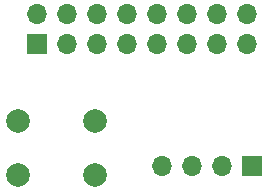
<source format=gbr>
%TF.GenerationSoftware,KiCad,Pcbnew,6.0.6*%
%TF.CreationDate,2022-09-07T18:25:10+01:00*%
%TF.ProjectId,Raspberry PI HAT,52617370-6265-4727-9279-205049204841,rev?*%
%TF.SameCoordinates,Original*%
%TF.FileFunction,Soldermask,Bot*%
%TF.FilePolarity,Negative*%
%FSLAX46Y46*%
G04 Gerber Fmt 4.6, Leading zero omitted, Abs format (unit mm)*
G04 Created by KiCad (PCBNEW 6.0.6) date 2022-09-07 18:25:10*
%MOMM*%
%LPD*%
G01*
G04 APERTURE LIST*
%ADD10R,1.700000X1.700000*%
%ADD11O,1.700000X1.700000*%
%ADD12C,2.000000*%
G04 APERTURE END LIST*
D10*
%TO.C,U1*%
X112064800Y-79451200D03*
D11*
X109524800Y-79451200D03*
X106984800Y-79451200D03*
X104444800Y-79451200D03*
%TD*%
D10*
%TO.C,J1*%
X93820000Y-69189600D03*
D11*
X93820000Y-66649600D03*
X96360000Y-69189600D03*
X96360000Y-66649600D03*
X98900000Y-69189600D03*
X98900000Y-66649600D03*
X101440000Y-69189600D03*
X101440000Y-66649600D03*
X103980000Y-69189600D03*
X103980000Y-66649600D03*
X106520000Y-69189600D03*
X106520000Y-66649600D03*
X109060000Y-69189600D03*
X109060000Y-66649600D03*
X111600000Y-69189600D03*
X111600000Y-66649600D03*
%TD*%
D12*
%TO.C,SW1*%
X92255200Y-80213200D03*
X98755200Y-80213200D03*
X98755200Y-75713200D03*
X92255200Y-75713200D03*
%TD*%
M02*

</source>
